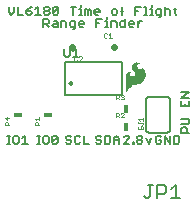
<source format=gbr>
G04 EAGLE Gerber RS-274X export*
G75*
%MOMM*%
%FSLAX34Y34*%
%LPD*%
%INSilkscreen Top*%
%IPPOS*%
%AMOC8*
5,1,8,0,0,1.08239X$1,22.5*%
G01*
%ADD10C,0.127000*%
%ADD11C,0.203200*%
%ADD12R,0.457200X0.762000*%
%ADD13C,0.025400*%
%ADD14R,0.762000X0.457200*%
%ADD15C,0.558800*%
%ADD16C,0.152400*%

G36*
X116235Y72080D02*
X116235Y72080D01*
X116235Y72178D01*
X116734Y72676D01*
X116734Y72677D01*
X117034Y73177D01*
X117534Y73676D01*
X117534Y73677D01*
X118034Y74277D01*
X119234Y75476D01*
X119234Y75477D01*
X119834Y76177D01*
X120434Y76876D01*
X121433Y77876D01*
X121933Y78176D01*
X122432Y78475D01*
X123030Y78575D01*
X124930Y78575D01*
X124931Y78575D01*
X126131Y78775D01*
X127231Y79075D01*
X127232Y79076D01*
X127232Y79075D01*
X128232Y79475D01*
X128232Y79476D01*
X128233Y79476D01*
X129233Y80076D01*
X130033Y80776D01*
X130034Y80776D01*
X130834Y81576D01*
X130834Y81577D01*
X131534Y82477D01*
X131534Y82478D01*
X132534Y84278D01*
X132535Y84279D01*
X133035Y86179D01*
X133035Y86180D01*
X133135Y87880D01*
X133135Y87881D01*
X132835Y89481D01*
X132835Y89482D01*
X132335Y90982D01*
X132334Y90982D01*
X132334Y90983D01*
X131634Y92083D01*
X130834Y92983D01*
X130833Y92983D01*
X130833Y92984D01*
X130033Y93484D01*
X130031Y93484D01*
X130031Y93485D01*
X130029Y93484D01*
X130026Y93483D01*
X130026Y93481D01*
X130025Y93480D01*
X130025Y92581D01*
X129925Y92282D01*
X129826Y92083D01*
X129527Y91784D01*
X129229Y91685D01*
X128931Y91685D01*
X128132Y91885D01*
X127732Y92084D01*
X127433Y92284D01*
X127033Y92584D01*
X126434Y93183D01*
X126234Y93483D01*
X126035Y93782D01*
X125935Y94181D01*
X125935Y94779D01*
X126035Y95078D01*
X126134Y95278D01*
X126334Y95577D01*
X126733Y95876D01*
X127132Y96075D01*
X127631Y96175D01*
X128031Y96275D01*
X128629Y96275D01*
X128828Y96176D01*
X128829Y96176D01*
X128830Y96175D01*
X128930Y96175D01*
X128931Y96176D01*
X128933Y96176D01*
X128933Y96178D01*
X128935Y96179D01*
X128933Y96181D01*
X128934Y96184D01*
X128834Y96284D01*
X128833Y96284D01*
X128433Y96584D01*
X128432Y96584D01*
X127032Y97284D01*
X127031Y97284D01*
X127031Y97285D01*
X126131Y97485D01*
X126130Y97485D01*
X125130Y97485D01*
X125129Y97485D01*
X124029Y97285D01*
X124028Y97284D01*
X122928Y96684D01*
X122927Y96684D01*
X122027Y95984D01*
X122027Y95983D01*
X122026Y95983D01*
X121526Y95183D01*
X121526Y95182D01*
X121525Y95182D01*
X121225Y94282D01*
X121225Y94281D01*
X121226Y94281D01*
X121225Y94280D01*
X121225Y93480D01*
X121226Y93479D01*
X121225Y93479D01*
X121425Y92579D01*
X121426Y92578D01*
X121926Y91678D01*
X121926Y91677D01*
X122626Y90877D01*
X123426Y89977D01*
X123426Y89976D01*
X124126Y89277D01*
X124425Y88479D01*
X124425Y87781D01*
X124226Y87183D01*
X123827Y86684D01*
X123228Y86285D01*
X122429Y86085D01*
X121630Y86085D01*
X121131Y86185D01*
X120633Y86384D01*
X120034Y86983D01*
X119835Y87282D01*
X119735Y87581D01*
X119735Y87979D01*
X119834Y88277D01*
X120433Y88876D01*
X120732Y88975D01*
X120732Y88976D01*
X121132Y89176D01*
X121133Y89177D01*
X121134Y89176D01*
X121234Y89276D01*
X121234Y89277D01*
X121234Y89279D01*
X121234Y89283D01*
X121233Y89283D01*
X121232Y89284D01*
X120832Y89484D01*
X120831Y89484D01*
X120830Y89485D01*
X119630Y89485D01*
X119629Y89485D01*
X119029Y89385D01*
X118529Y89285D01*
X118529Y89284D01*
X118528Y89285D01*
X118028Y89085D01*
X118028Y89084D01*
X118027Y89084D01*
X117627Y88784D01*
X117127Y88384D01*
X117127Y88383D01*
X117126Y88383D01*
X116526Y87383D01*
X116526Y87382D01*
X116525Y87381D01*
X116325Y86681D01*
X116225Y85881D01*
X116225Y85880D01*
X116225Y72080D01*
X116229Y72075D01*
X116235Y72080D01*
G37*
D10*
X146385Y34295D02*
X145241Y35439D01*
X142953Y35439D01*
X141809Y34295D01*
X141809Y29719D01*
X142953Y28575D01*
X145241Y28575D01*
X146385Y29719D01*
X146385Y32007D01*
X144097Y32007D01*
X149293Y28575D02*
X149293Y35439D01*
X153869Y28575D01*
X153869Y35439D01*
X156777Y35439D02*
X156777Y28575D01*
X160209Y28575D01*
X161353Y29719D01*
X161353Y34295D01*
X160209Y35439D01*
X156777Y35439D01*
X119114Y28575D02*
X114538Y28575D01*
X119114Y33151D01*
X119114Y34295D01*
X117970Y35439D01*
X115682Y35439D01*
X114538Y34295D01*
X122022Y29719D02*
X122022Y28575D01*
X122022Y29719D02*
X123166Y29719D01*
X123166Y28575D01*
X122022Y28575D01*
X125764Y34295D02*
X126908Y35439D01*
X129196Y35439D01*
X130340Y34295D01*
X130340Y33151D01*
X129196Y32007D01*
X130340Y30863D01*
X130340Y29719D01*
X129196Y28575D01*
X126908Y28575D01*
X125764Y29719D01*
X125764Y30863D01*
X126908Y32007D01*
X125764Y33151D01*
X125764Y34295D01*
X126908Y32007D02*
X129196Y32007D01*
X133248Y33151D02*
X135536Y28575D01*
X137824Y33151D01*
X95585Y34295D02*
X94441Y35439D01*
X92153Y35439D01*
X91009Y34295D01*
X91009Y33151D01*
X92153Y32007D01*
X94441Y32007D01*
X95585Y30863D01*
X95585Y29719D01*
X94441Y28575D01*
X92153Y28575D01*
X91009Y29719D01*
X98493Y28575D02*
X98493Y35439D01*
X98493Y28575D02*
X101925Y28575D01*
X103069Y29719D01*
X103069Y34295D01*
X101925Y35439D01*
X98493Y35439D01*
X105977Y33151D02*
X105977Y28575D01*
X105977Y33151D02*
X108265Y35439D01*
X110553Y33151D01*
X110553Y28575D01*
X110553Y32007D02*
X105977Y32007D01*
X70185Y34295D02*
X69041Y35439D01*
X66753Y35439D01*
X65609Y34295D01*
X65609Y33151D01*
X66753Y32007D01*
X69041Y32007D01*
X70185Y30863D01*
X70185Y29719D01*
X69041Y28575D01*
X66753Y28575D01*
X65609Y29719D01*
X76525Y35439D02*
X77669Y34295D01*
X76525Y35439D02*
X74237Y35439D01*
X73093Y34295D01*
X73093Y29719D01*
X74237Y28575D01*
X76525Y28575D01*
X77669Y29719D01*
X80577Y28575D02*
X80577Y35439D01*
X80577Y28575D02*
X85153Y28575D01*
X43744Y28575D02*
X41456Y28575D01*
X42600Y28575D02*
X42600Y35439D01*
X41456Y35439D02*
X43744Y35439D01*
X47590Y35439D02*
X49877Y35439D01*
X47590Y35439D02*
X46446Y34295D01*
X46446Y29719D01*
X47590Y28575D01*
X49877Y28575D01*
X51021Y29719D01*
X51021Y34295D01*
X49877Y35439D01*
X53930Y34295D02*
X53930Y29719D01*
X53930Y34295D02*
X55074Y35439D01*
X57362Y35439D01*
X58506Y34295D01*
X58506Y29719D01*
X57362Y28575D01*
X55074Y28575D01*
X53930Y29719D01*
X58506Y34295D01*
X18344Y28575D02*
X16056Y28575D01*
X17200Y28575D02*
X17200Y35439D01*
X16056Y35439D02*
X18344Y35439D01*
X22190Y35439D02*
X24477Y35439D01*
X22190Y35439D02*
X21046Y34295D01*
X21046Y29719D01*
X22190Y28575D01*
X24477Y28575D01*
X25621Y29719D01*
X25621Y34295D01*
X24477Y35439D01*
X28530Y33151D02*
X30818Y35439D01*
X30818Y28575D01*
X28530Y28575D02*
X33106Y28575D01*
X163189Y37805D02*
X170053Y37805D01*
X163189Y37805D02*
X163189Y41237D01*
X164333Y42381D01*
X166621Y42381D01*
X167765Y41237D01*
X167765Y37805D01*
X168909Y45289D02*
X163189Y45289D01*
X168909Y45289D02*
X170053Y46433D01*
X170053Y48721D01*
X168909Y49865D01*
X163189Y49865D01*
X163189Y60257D02*
X163189Y64833D01*
X163189Y60257D02*
X170053Y60257D01*
X170053Y64833D01*
X166621Y62545D02*
X166621Y60257D01*
X170053Y67741D02*
X163189Y67741D01*
X170053Y72317D01*
X163189Y72317D01*
X17188Y140083D02*
X17188Y144659D01*
X17188Y140083D02*
X19476Y137795D01*
X21764Y140083D01*
X21764Y144659D01*
X24672Y144659D02*
X24672Y137795D01*
X29248Y137795D01*
X34444Y143515D02*
X36732Y144659D01*
X34444Y143515D02*
X32156Y141227D01*
X32156Y138939D01*
X33300Y137795D01*
X35588Y137795D01*
X36732Y138939D01*
X36732Y140083D01*
X35588Y141227D01*
X32156Y141227D01*
X39641Y142371D02*
X41929Y144659D01*
X41929Y137795D01*
X39641Y137795D02*
X44217Y137795D01*
X47125Y143515D02*
X48269Y144659D01*
X50557Y144659D01*
X51701Y143515D01*
X51701Y142371D01*
X50557Y141227D01*
X51701Y140083D01*
X51701Y138939D01*
X50557Y137795D01*
X48269Y137795D01*
X47125Y138939D01*
X47125Y140083D01*
X48269Y141227D01*
X47125Y142371D01*
X47125Y143515D01*
X48269Y141227D02*
X50557Y141227D01*
X54609Y138939D02*
X54609Y143515D01*
X55753Y144659D01*
X58041Y144659D01*
X59185Y143515D01*
X59185Y138939D01*
X58041Y137795D01*
X55753Y137795D01*
X54609Y138939D01*
X59185Y143515D01*
X71865Y144659D02*
X71865Y137795D01*
X69577Y144659D02*
X74153Y144659D01*
X77061Y142371D02*
X78205Y142371D01*
X78205Y137795D01*
X77061Y137795D02*
X79349Y137795D01*
X78205Y144659D02*
X78205Y145803D01*
X82051Y142371D02*
X82051Y137795D01*
X82051Y142371D02*
X83195Y142371D01*
X84339Y141227D01*
X84339Y137795D01*
X84339Y141227D02*
X85483Y142371D01*
X86627Y141227D01*
X86627Y137795D01*
X90679Y137795D02*
X92967Y137795D01*
X90679Y137795D02*
X89535Y138939D01*
X89535Y141227D01*
X90679Y142371D01*
X92967Y142371D01*
X94111Y141227D01*
X94111Y140083D01*
X89535Y140083D01*
X105647Y137795D02*
X107935Y137795D01*
X109079Y138939D01*
X109079Y141227D01*
X107935Y142371D01*
X105647Y142371D01*
X104503Y141227D01*
X104503Y138939D01*
X105647Y137795D01*
X113131Y137795D02*
X113131Y143515D01*
X114275Y144659D01*
X114275Y141227D02*
X111987Y141227D01*
X124461Y137795D02*
X124461Y144659D01*
X129037Y144659D01*
X126749Y141227D02*
X124461Y141227D01*
X131945Y144659D02*
X133089Y144659D01*
X133089Y137795D01*
X131945Y137795D02*
X134233Y137795D01*
X136935Y142371D02*
X138079Y142371D01*
X138079Y137795D01*
X136935Y137795D02*
X139223Y137795D01*
X138079Y144659D02*
X138079Y145803D01*
X144212Y135507D02*
X145356Y135507D01*
X146500Y136651D01*
X146500Y142371D01*
X143068Y142371D01*
X141924Y141227D01*
X141924Y138939D01*
X143068Y137795D01*
X146500Y137795D01*
X149408Y137795D02*
X149408Y144659D01*
X150552Y142371D02*
X149408Y141227D01*
X150552Y142371D02*
X152840Y142371D01*
X153984Y141227D01*
X153984Y137795D01*
X158036Y138939D02*
X158036Y143515D01*
X158036Y138939D02*
X159180Y137795D01*
X159180Y142371D02*
X156892Y142371D01*
X46501Y134499D02*
X46501Y127635D01*
X46501Y134499D02*
X49933Y134499D01*
X51077Y133355D01*
X51077Y131067D01*
X49933Y129923D01*
X46501Y129923D01*
X48789Y129923D02*
X51077Y127635D01*
X55129Y132211D02*
X57417Y132211D01*
X58561Y131067D01*
X58561Y127635D01*
X55129Y127635D01*
X53985Y128779D01*
X55129Y129923D01*
X58561Y129923D01*
X61469Y127635D02*
X61469Y132211D01*
X64901Y132211D01*
X66045Y131067D01*
X66045Y127635D01*
X71242Y125347D02*
X72386Y125347D01*
X73530Y126491D01*
X73530Y132211D01*
X70098Y132211D01*
X68954Y131067D01*
X68954Y128779D01*
X70098Y127635D01*
X73530Y127635D01*
X77582Y127635D02*
X79870Y127635D01*
X77582Y127635D02*
X76438Y128779D01*
X76438Y131067D01*
X77582Y132211D01*
X79870Y132211D01*
X81014Y131067D01*
X81014Y129923D01*
X76438Y129923D01*
X91406Y127635D02*
X91406Y134499D01*
X95982Y134499D01*
X93694Y131067D02*
X91406Y131067D01*
X98890Y132211D02*
X100034Y132211D01*
X100034Y127635D01*
X98890Y127635D02*
X101178Y127635D01*
X100034Y134499D02*
X100034Y135643D01*
X103880Y132211D02*
X103880Y127635D01*
X103880Y132211D02*
X107312Y132211D01*
X108456Y131067D01*
X108456Y127635D01*
X115940Y127635D02*
X115940Y134499D01*
X115940Y127635D02*
X112508Y127635D01*
X111364Y128779D01*
X111364Y131067D01*
X112508Y132211D01*
X115940Y132211D01*
X119992Y127635D02*
X122280Y127635D01*
X119992Y127635D02*
X118848Y128779D01*
X118848Y131067D01*
X119992Y132211D01*
X122280Y132211D01*
X123424Y131067D01*
X123424Y129923D01*
X118848Y129923D01*
X126332Y127635D02*
X126332Y132211D01*
X126332Y129923D02*
X128620Y132211D01*
X129764Y132211D01*
D11*
X112900Y97820D02*
X64900Y97820D01*
X112900Y97820D02*
X112900Y69820D01*
X64900Y69820D01*
X64900Y97820D01*
X68580Y80010D02*
X68582Y80081D01*
X68588Y80152D01*
X68598Y80223D01*
X68612Y80293D01*
X68630Y80362D01*
X68651Y80429D01*
X68677Y80496D01*
X68706Y80561D01*
X68738Y80624D01*
X68775Y80686D01*
X68814Y80745D01*
X68857Y80802D01*
X68903Y80856D01*
X68952Y80908D01*
X69004Y80957D01*
X69058Y81003D01*
X69115Y81046D01*
X69174Y81085D01*
X69236Y81122D01*
X69299Y81154D01*
X69364Y81183D01*
X69431Y81209D01*
X69498Y81230D01*
X69567Y81248D01*
X69637Y81262D01*
X69708Y81272D01*
X69779Y81278D01*
X69850Y81280D01*
X69921Y81278D01*
X69992Y81272D01*
X70063Y81262D01*
X70133Y81248D01*
X70202Y81230D01*
X70269Y81209D01*
X70336Y81183D01*
X70401Y81154D01*
X70464Y81122D01*
X70526Y81085D01*
X70585Y81046D01*
X70642Y81003D01*
X70696Y80957D01*
X70748Y80908D01*
X70797Y80856D01*
X70843Y80802D01*
X70886Y80745D01*
X70925Y80686D01*
X70962Y80624D01*
X70994Y80561D01*
X71023Y80496D01*
X71049Y80429D01*
X71070Y80362D01*
X71088Y80293D01*
X71102Y80223D01*
X71112Y80152D01*
X71118Y80081D01*
X71120Y80010D01*
X71118Y79939D01*
X71112Y79868D01*
X71102Y79797D01*
X71088Y79727D01*
X71070Y79658D01*
X71049Y79591D01*
X71023Y79524D01*
X70994Y79459D01*
X70962Y79396D01*
X70925Y79334D01*
X70886Y79275D01*
X70843Y79218D01*
X70797Y79164D01*
X70748Y79112D01*
X70696Y79063D01*
X70642Y79017D01*
X70585Y78974D01*
X70526Y78935D01*
X70464Y78898D01*
X70401Y78866D01*
X70336Y78837D01*
X70269Y78811D01*
X70202Y78790D01*
X70133Y78772D01*
X70063Y78758D01*
X69992Y78748D01*
X69921Y78742D01*
X69850Y78740D01*
X69779Y78742D01*
X69708Y78748D01*
X69637Y78758D01*
X69567Y78772D01*
X69498Y78790D01*
X69431Y78811D01*
X69364Y78837D01*
X69299Y78866D01*
X69236Y78898D01*
X69174Y78935D01*
X69115Y78974D01*
X69058Y79017D01*
X69004Y79063D01*
X68952Y79112D01*
X68903Y79164D01*
X68857Y79218D01*
X68814Y79275D01*
X68775Y79334D01*
X68738Y79396D01*
X68706Y79459D01*
X68677Y79524D01*
X68651Y79591D01*
X68630Y79658D01*
X68612Y79727D01*
X68598Y79797D01*
X68588Y79868D01*
X68582Y79939D01*
X68580Y80010D01*
D10*
X64135Y103379D02*
X64135Y109099D01*
X64135Y103379D02*
X65279Y102235D01*
X67567Y102235D01*
X68711Y103379D01*
X68711Y109099D01*
X71619Y106811D02*
X73907Y109099D01*
X73907Y102235D01*
X71619Y102235D02*
X76195Y102235D01*
D12*
X116840Y43180D03*
D13*
X108077Y50927D02*
X108077Y54740D01*
X109984Y54740D01*
X110619Y54105D01*
X110619Y52834D01*
X109984Y52198D01*
X108077Y52198D01*
X109348Y52198D02*
X110619Y50927D01*
X111819Y50927D02*
X114361Y50927D01*
X111819Y50927D02*
X114361Y53469D01*
X114361Y54105D01*
X113726Y54740D01*
X112455Y54740D01*
X111819Y54105D01*
D12*
X116840Y58420D03*
D13*
X108077Y66167D02*
X108077Y69980D01*
X109984Y69980D01*
X110619Y69345D01*
X110619Y68074D01*
X109984Y67438D01*
X108077Y67438D01*
X109348Y67438D02*
X110619Y66167D01*
X111819Y69345D02*
X112455Y69980D01*
X113726Y69980D01*
X114361Y69345D01*
X114361Y68709D01*
X113726Y68074D01*
X113090Y68074D01*
X113726Y68074D02*
X114361Y67438D01*
X114361Y66803D01*
X113726Y66167D01*
X112455Y66167D01*
X111819Y66803D01*
D14*
X25400Y53340D03*
D13*
X17653Y44577D02*
X13840Y44577D01*
X13840Y46484D01*
X14475Y47119D01*
X15746Y47119D01*
X16382Y46484D01*
X16382Y44577D01*
X16382Y45848D02*
X17653Y47119D01*
X17653Y50226D02*
X13840Y50226D01*
X15746Y48319D01*
X15746Y50861D01*
D15*
X106680Y110185D02*
X106680Y110795D01*
D13*
X100459Y121415D02*
X99824Y122050D01*
X98553Y122050D01*
X97917Y121415D01*
X97917Y118873D01*
X98553Y118237D01*
X99824Y118237D01*
X100459Y118873D01*
X101659Y120779D02*
X102930Y122050D01*
X102930Y118237D01*
X101659Y118237D02*
X104201Y118237D01*
D15*
X71120Y110795D02*
X71120Y110185D01*
D13*
X74559Y102746D02*
X75195Y102111D01*
X74559Y102746D02*
X73288Y102746D01*
X72653Y102111D01*
X72653Y99569D01*
X73288Y98933D01*
X74559Y98933D01*
X75195Y99569D01*
X76395Y98933D02*
X78937Y98933D01*
X76395Y98933D02*
X78937Y101475D01*
X78937Y102111D01*
X78302Y102746D01*
X77030Y102746D01*
X76395Y102111D01*
D10*
X131415Y-15746D02*
X133322Y-17653D01*
X135228Y-17653D01*
X137135Y-15746D01*
X137135Y-6213D01*
X135228Y-6213D02*
X139042Y-6213D01*
X143109Y-6213D02*
X143109Y-17653D01*
X143109Y-6213D02*
X148829Y-6213D01*
X150736Y-8120D01*
X150736Y-11933D01*
X148829Y-13840D01*
X143109Y-13840D01*
X154803Y-10027D02*
X158616Y-6213D01*
X158616Y-17653D01*
X154803Y-17653D02*
X162429Y-17653D01*
D14*
X50800Y53340D03*
D13*
X43053Y44577D02*
X39240Y44577D01*
X39240Y46484D01*
X39875Y47119D01*
X41146Y47119D01*
X41782Y46484D01*
X41782Y44577D01*
X41782Y45848D02*
X43053Y47119D01*
X40511Y48319D02*
X39240Y49590D01*
X43053Y49590D01*
X43053Y48319D02*
X43053Y50861D01*
D16*
X153670Y40640D02*
X153670Y66040D01*
X135890Y68580D02*
X135790Y68578D01*
X135691Y68572D01*
X135591Y68562D01*
X135493Y68549D01*
X135394Y68531D01*
X135297Y68510D01*
X135201Y68485D01*
X135105Y68456D01*
X135011Y68423D01*
X134918Y68387D01*
X134827Y68347D01*
X134737Y68303D01*
X134649Y68256D01*
X134563Y68206D01*
X134479Y68152D01*
X134397Y68095D01*
X134318Y68035D01*
X134240Y67971D01*
X134166Y67905D01*
X134094Y67836D01*
X134025Y67764D01*
X133959Y67690D01*
X133895Y67612D01*
X133835Y67533D01*
X133778Y67451D01*
X133724Y67367D01*
X133674Y67281D01*
X133627Y67193D01*
X133583Y67103D01*
X133543Y67012D01*
X133507Y66919D01*
X133474Y66825D01*
X133445Y66729D01*
X133420Y66633D01*
X133399Y66536D01*
X133381Y66437D01*
X133368Y66339D01*
X133358Y66239D01*
X133352Y66140D01*
X133350Y66040D01*
X133350Y40640D02*
X133352Y40540D01*
X133358Y40441D01*
X133368Y40341D01*
X133381Y40243D01*
X133399Y40144D01*
X133420Y40047D01*
X133445Y39951D01*
X133474Y39855D01*
X133507Y39761D01*
X133543Y39668D01*
X133583Y39577D01*
X133627Y39487D01*
X133674Y39399D01*
X133724Y39313D01*
X133778Y39229D01*
X133835Y39147D01*
X133895Y39068D01*
X133959Y38990D01*
X134025Y38916D01*
X134094Y38844D01*
X134166Y38775D01*
X134240Y38709D01*
X134318Y38645D01*
X134397Y38585D01*
X134479Y38528D01*
X134563Y38474D01*
X134649Y38424D01*
X134737Y38377D01*
X134827Y38333D01*
X134918Y38293D01*
X135011Y38257D01*
X135105Y38224D01*
X135201Y38195D01*
X135297Y38170D01*
X135394Y38149D01*
X135493Y38131D01*
X135591Y38118D01*
X135691Y38108D01*
X135790Y38102D01*
X135890Y38100D01*
X151130Y38100D02*
X151230Y38102D01*
X151329Y38108D01*
X151429Y38118D01*
X151527Y38131D01*
X151626Y38149D01*
X151723Y38170D01*
X151819Y38195D01*
X151915Y38224D01*
X152009Y38257D01*
X152102Y38293D01*
X152193Y38333D01*
X152283Y38377D01*
X152371Y38424D01*
X152457Y38474D01*
X152541Y38528D01*
X152623Y38585D01*
X152702Y38645D01*
X152780Y38709D01*
X152854Y38775D01*
X152926Y38844D01*
X152995Y38916D01*
X153061Y38990D01*
X153125Y39068D01*
X153185Y39147D01*
X153242Y39229D01*
X153296Y39313D01*
X153346Y39399D01*
X153393Y39487D01*
X153437Y39577D01*
X153477Y39668D01*
X153513Y39761D01*
X153546Y39855D01*
X153575Y39951D01*
X153600Y40047D01*
X153621Y40144D01*
X153639Y40243D01*
X153652Y40341D01*
X153662Y40441D01*
X153668Y40540D01*
X153670Y40640D01*
X153670Y66040D02*
X153668Y66140D01*
X153662Y66239D01*
X153652Y66339D01*
X153639Y66437D01*
X153621Y66536D01*
X153600Y66633D01*
X153575Y66729D01*
X153546Y66825D01*
X153513Y66919D01*
X153477Y67012D01*
X153437Y67103D01*
X153393Y67193D01*
X153346Y67281D01*
X153296Y67367D01*
X153242Y67451D01*
X153185Y67533D01*
X153125Y67612D01*
X153061Y67690D01*
X152995Y67764D01*
X152926Y67836D01*
X152854Y67905D01*
X152780Y67971D01*
X152702Y68035D01*
X152623Y68095D01*
X152541Y68152D01*
X152457Y68206D01*
X152371Y68256D01*
X152283Y68303D01*
X152193Y68347D01*
X152102Y68387D01*
X152009Y68423D01*
X151915Y68456D01*
X151819Y68485D01*
X151723Y68510D01*
X151626Y68531D01*
X151527Y68549D01*
X151429Y68562D01*
X151329Y68572D01*
X151230Y68578D01*
X151130Y68580D01*
X135890Y68580D01*
X135890Y38100D02*
X151130Y38100D01*
X133350Y40640D02*
X133350Y66040D01*
D13*
X127505Y43309D02*
X126870Y42674D01*
X126870Y41403D01*
X127505Y40767D01*
X128141Y40767D01*
X128776Y41403D01*
X128776Y42674D01*
X129412Y43309D01*
X130047Y43309D01*
X130683Y42674D01*
X130683Y41403D01*
X130047Y40767D01*
X130047Y44509D02*
X130683Y45145D01*
X130683Y45780D01*
X130047Y46416D01*
X126870Y46416D01*
X126870Y47051D02*
X126870Y45780D01*
X128141Y48251D02*
X126870Y49522D01*
X130683Y49522D01*
X130683Y48251D02*
X130683Y50793D01*
M02*

</source>
